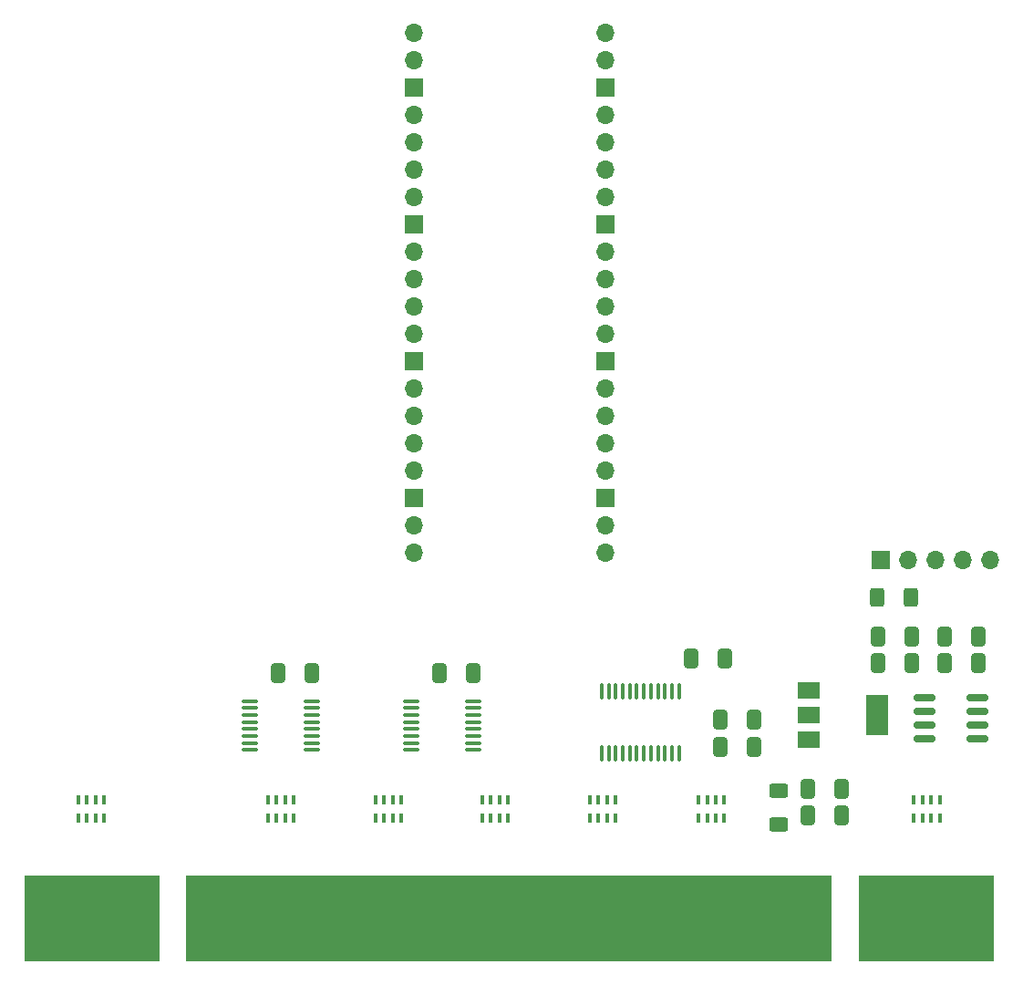
<source format=gts>
G04 #@! TF.GenerationSoftware,KiCad,Pcbnew,(6.0.6)*
G04 #@! TF.CreationDate,2022-07-23T12:01:03-05:00*
G04 #@! TF.ProjectId,v0,76302e6b-6963-4616-945f-706362585858,v0*
G04 #@! TF.SameCoordinates,Original*
G04 #@! TF.FileFunction,Soldermask,Top*
G04 #@! TF.FilePolarity,Negative*
%FSLAX46Y46*%
G04 Gerber Fmt 4.6, Leading zero omitted, Abs format (unit mm)*
G04 Created by KiCad (PCBNEW (6.0.6)) date 2022-07-23 12:01:03*
%MOMM*%
%LPD*%
G01*
G04 APERTURE LIST*
G04 Aperture macros list*
%AMRoundRect*
0 Rectangle with rounded corners*
0 $1 Rounding radius*
0 $2 $3 $4 $5 $6 $7 $8 $9 X,Y pos of 4 corners*
0 Add a 4 corners polygon primitive as box body*
4,1,4,$2,$3,$4,$5,$6,$7,$8,$9,$2,$3,0*
0 Add four circle primitives for the rounded corners*
1,1,$1+$1,$2,$3*
1,1,$1+$1,$4,$5*
1,1,$1+$1,$6,$7*
1,1,$1+$1,$8,$9*
0 Add four rect primitives between the rounded corners*
20,1,$1+$1,$2,$3,$4,$5,0*
20,1,$1+$1,$4,$5,$6,$7,0*
20,1,$1+$1,$6,$7,$8,$9,0*
20,1,$1+$1,$8,$9,$2,$3,0*%
G04 Aperture macros list end*
%ADD10RoundRect,0.250000X0.412500X0.650000X-0.412500X0.650000X-0.412500X-0.650000X0.412500X-0.650000X0*%
%ADD11RoundRect,0.150000X-0.825000X-0.150000X0.825000X-0.150000X0.825000X0.150000X-0.825000X0.150000X0*%
%ADD12R,0.400000X0.900000*%
%ADD13RoundRect,0.250000X-0.625000X0.400000X-0.625000X-0.400000X0.625000X-0.400000X0.625000X0.400000X0*%
%ADD14RoundRect,0.100000X-0.637500X-0.100000X0.637500X-0.100000X0.637500X0.100000X-0.637500X0.100000X0*%
%ADD15RoundRect,0.250000X-0.412500X-0.650000X0.412500X-0.650000X0.412500X0.650000X-0.412500X0.650000X0*%
%ADD16R,12.499340X8.001000*%
%ADD17R,59.999880X8.001000*%
%ADD18R,1.700000X1.700000*%
%ADD19O,1.700000X1.700000*%
%ADD20RoundRect,0.250000X0.400000X0.625000X-0.400000X0.625000X-0.400000X-0.625000X0.400000X-0.625000X0*%
%ADD21R,2.000000X1.500000*%
%ADD22R,2.000000X3.800000*%
%ADD23RoundRect,0.100000X-0.100000X0.637500X-0.100000X-0.637500X0.100000X-0.637500X0.100000X0.637500X0*%
G04 APERTURE END LIST*
D10*
X118862500Y-107000000D03*
X115737500Y-107000000D03*
D11*
X175775000Y-109345000D03*
X175775000Y-110615000D03*
X175775000Y-111885000D03*
X175775000Y-113155000D03*
X180725000Y-113155000D03*
X180725000Y-111885000D03*
X180725000Y-110615000D03*
X180725000Y-109345000D03*
D10*
X159962500Y-111300000D03*
X156837500Y-111300000D03*
D12*
X97200000Y-120450000D03*
X98000000Y-120450000D03*
X98800000Y-120450000D03*
X99600000Y-120450000D03*
X99600000Y-118750000D03*
X98800000Y-118750000D03*
X98000000Y-118750000D03*
X97200000Y-118750000D03*
D13*
X162200000Y-117950000D03*
X162200000Y-121050000D03*
D14*
X113137500Y-109625000D03*
X113137500Y-110275000D03*
X113137500Y-110925000D03*
X113137500Y-111575000D03*
X113137500Y-112225000D03*
X113137500Y-112875000D03*
X113137500Y-113525000D03*
X113137500Y-114175000D03*
X118862500Y-114175000D03*
X118862500Y-113525000D03*
X118862500Y-112875000D03*
X118862500Y-112225000D03*
X118862500Y-111575000D03*
X118862500Y-110925000D03*
X118862500Y-110275000D03*
X118862500Y-109625000D03*
D15*
X177637500Y-103650000D03*
X180762500Y-103650000D03*
D16*
X98449760Y-129800760D03*
X175950240Y-129800760D03*
D17*
X137200000Y-129800760D03*
D18*
X171700000Y-96500000D03*
D19*
X174240000Y-96500000D03*
X176780000Y-96500000D03*
X179320000Y-96500000D03*
X181860000Y-96500000D03*
D20*
X174500000Y-100000000D03*
X171400000Y-100000000D03*
D15*
X164937500Y-117800000D03*
X168062500Y-117800000D03*
D12*
X174800000Y-120450000D03*
X175600000Y-120450000D03*
X176400000Y-120450000D03*
X177200000Y-120450000D03*
X177200000Y-118750000D03*
X176400000Y-118750000D03*
X175600000Y-118750000D03*
X174800000Y-118750000D03*
D10*
X133862500Y-107000000D03*
X130737500Y-107000000D03*
D12*
X134700000Y-120450000D03*
X135500000Y-120450000D03*
X136300000Y-120450000D03*
X137100000Y-120450000D03*
X137100000Y-118750000D03*
X136300000Y-118750000D03*
X135500000Y-118750000D03*
X134700000Y-118750000D03*
D14*
X128137500Y-109625000D03*
X128137500Y-110275000D03*
X128137500Y-110925000D03*
X128137500Y-111575000D03*
X128137500Y-112225000D03*
X128137500Y-112875000D03*
X128137500Y-113525000D03*
X128137500Y-114175000D03*
X133862500Y-114175000D03*
X133862500Y-113525000D03*
X133862500Y-112875000D03*
X133862500Y-112225000D03*
X133862500Y-111575000D03*
X133862500Y-110925000D03*
X133862500Y-110275000D03*
X133862500Y-109625000D03*
D21*
X165050000Y-108600000D03*
D22*
X171350000Y-110900000D03*
D21*
X165050000Y-110900000D03*
X165050000Y-113200000D03*
D12*
X144700000Y-120450000D03*
X145500000Y-120450000D03*
X146300000Y-120450000D03*
X147100000Y-120450000D03*
X147100000Y-118750000D03*
X146300000Y-118750000D03*
X145500000Y-118750000D03*
X144700000Y-118750000D03*
X154800000Y-120450000D03*
X155600000Y-120450000D03*
X156400000Y-120450000D03*
X157200000Y-120450000D03*
X157200000Y-118750000D03*
X156400000Y-118750000D03*
X155600000Y-118750000D03*
X154800000Y-118750000D03*
D15*
X171487500Y-103650000D03*
X174612500Y-103650000D03*
X164937500Y-120200000D03*
X168062500Y-120200000D03*
D12*
X124800000Y-120450000D03*
X125600000Y-120450000D03*
X126400000Y-120450000D03*
X127200000Y-120450000D03*
X127200000Y-118750000D03*
X126400000Y-118750000D03*
X125600000Y-118750000D03*
X124800000Y-118750000D03*
D15*
X177637500Y-106050000D03*
X180762500Y-106050000D03*
X171487500Y-106050000D03*
X174612500Y-106050000D03*
D10*
X159962500Y-113850000D03*
X156837500Y-113850000D03*
D23*
X152975000Y-108737500D03*
X152325000Y-108737500D03*
X151675000Y-108737500D03*
X151025000Y-108737500D03*
X150375000Y-108737500D03*
X149725000Y-108737500D03*
X149075000Y-108737500D03*
X148425000Y-108737500D03*
X147775000Y-108737500D03*
X147125000Y-108737500D03*
X146475000Y-108737500D03*
X145825000Y-108737500D03*
X145825000Y-114462500D03*
X146475000Y-114462500D03*
X147125000Y-114462500D03*
X147775000Y-114462500D03*
X148425000Y-114462500D03*
X149075000Y-114462500D03*
X149725000Y-114462500D03*
X150375000Y-114462500D03*
X151025000Y-114462500D03*
X151675000Y-114462500D03*
X152325000Y-114462500D03*
X152975000Y-114462500D03*
D12*
X114800000Y-120450000D03*
X115600000Y-120450000D03*
X116400000Y-120450000D03*
X117200000Y-120450000D03*
X117200000Y-118750000D03*
X116400000Y-118750000D03*
X115600000Y-118750000D03*
X114800000Y-118750000D03*
D15*
X154137500Y-105700000D03*
X157262500Y-105700000D03*
D19*
X146190000Y-47570000D03*
X146190000Y-50110000D03*
D18*
X146190000Y-52650000D03*
D19*
X146190000Y-55190000D03*
X146190000Y-57730000D03*
X146190000Y-60270000D03*
X146190000Y-62810000D03*
D18*
X146190000Y-65350000D03*
D19*
X146190000Y-67890000D03*
X146190000Y-70430000D03*
X146190000Y-72970000D03*
X146190000Y-75510000D03*
D18*
X146190000Y-78050000D03*
D19*
X146190000Y-80590000D03*
X146190000Y-83130000D03*
X146190000Y-85670000D03*
X146190000Y-88210000D03*
D18*
X146190000Y-90750000D03*
D19*
X146190000Y-93290000D03*
X146190000Y-95830000D03*
X128410000Y-95830000D03*
X128410000Y-93290000D03*
D18*
X128410000Y-90750000D03*
D19*
X128410000Y-88210000D03*
X128410000Y-85670000D03*
X128410000Y-83130000D03*
X128410000Y-80590000D03*
D18*
X128410000Y-78050000D03*
D19*
X128410000Y-75510000D03*
X128410000Y-72970000D03*
X128410000Y-70430000D03*
X128410000Y-67890000D03*
D18*
X128410000Y-65350000D03*
D19*
X128410000Y-62810000D03*
X128410000Y-60270000D03*
X128410000Y-57730000D03*
X128410000Y-55190000D03*
D18*
X128410000Y-52650000D03*
D19*
X128410000Y-50110000D03*
X128410000Y-47570000D03*
M02*

</source>
